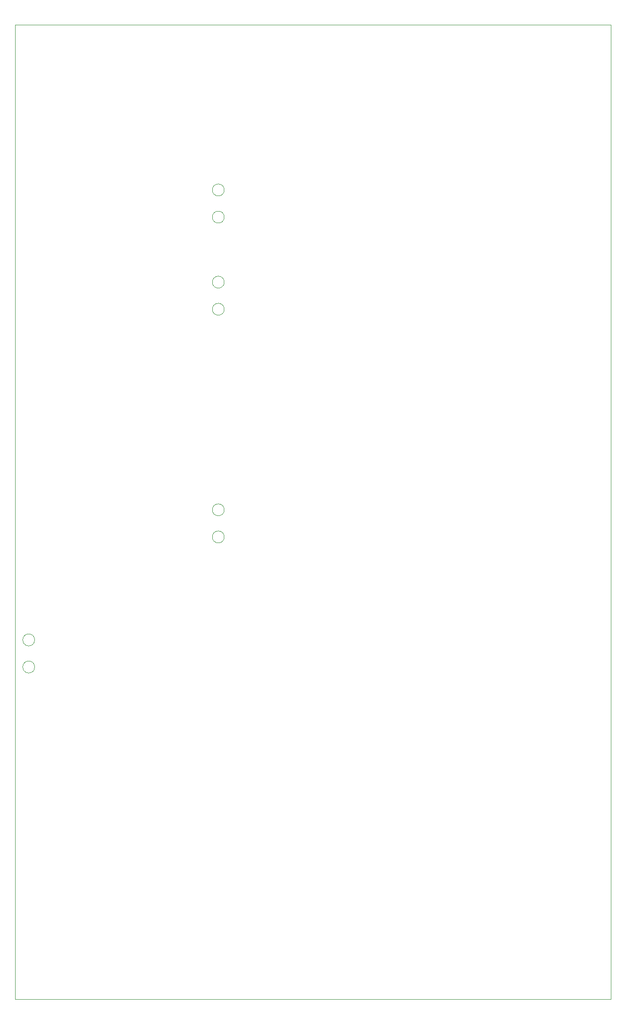
<source format=gbr>
%TF.GenerationSoftware,KiCad,Pcbnew,7.0.9-7.0.9~ubuntu22.04.1*%
%TF.CreationDate,2023-12-28T11:37:34+03:00*%
%TF.ProjectId,supply,73757070-6c79-42e6-9b69-6361645f7063,rev?*%
%TF.SameCoordinates,Original*%
%TF.FileFunction,Profile,NP*%
%FSLAX46Y46*%
G04 Gerber Fmt 4.6, Leading zero omitted, Abs format (unit mm)*
G04 Created by KiCad (PCBNEW 7.0.9-7.0.9~ubuntu22.04.1) date 2023-12-28 11:37:34*
%MOMM*%
%LPD*%
G01*
G04 APERTURE LIST*
%TA.AperFunction,Profile*%
%ADD10C,0.100000*%
%TD*%
%TA.AperFunction,Profile*%
%ADD11C,0.120000*%
%TD*%
G04 APERTURE END LIST*
D10*
X86500000Y-55700000D02*
X196500000Y-55700000D01*
X196500000Y-235500000D01*
X86500000Y-235500000D01*
X86500000Y-55700000D01*
D11*
%TO.C,J3*%
X90100000Y-169200000D02*
G75*
G03*
X90100000Y-169200000I-1100000J0D01*
G01*
X90100000Y-174200000D02*
G75*
G03*
X90100000Y-174200000I-1100000J0D01*
G01*
%TO.C,J5*%
X125100000Y-108200000D02*
G75*
G03*
X125100000Y-108200000I-1100000J0D01*
G01*
X125100000Y-103200000D02*
G75*
G03*
X125100000Y-103200000I-1100000J0D01*
G01*
%TO.C,J2*%
X125100000Y-91200000D02*
G75*
G03*
X125100000Y-91200000I-1100000J0D01*
G01*
X125100000Y-86200000D02*
G75*
G03*
X125100000Y-86200000I-1100000J0D01*
G01*
%TO.C,J6*%
X125100000Y-150200000D02*
G75*
G03*
X125100000Y-150200000I-1100000J0D01*
G01*
X125100000Y-145200000D02*
G75*
G03*
X125100000Y-145200000I-1100000J0D01*
G01*
%TD*%
M02*

</source>
